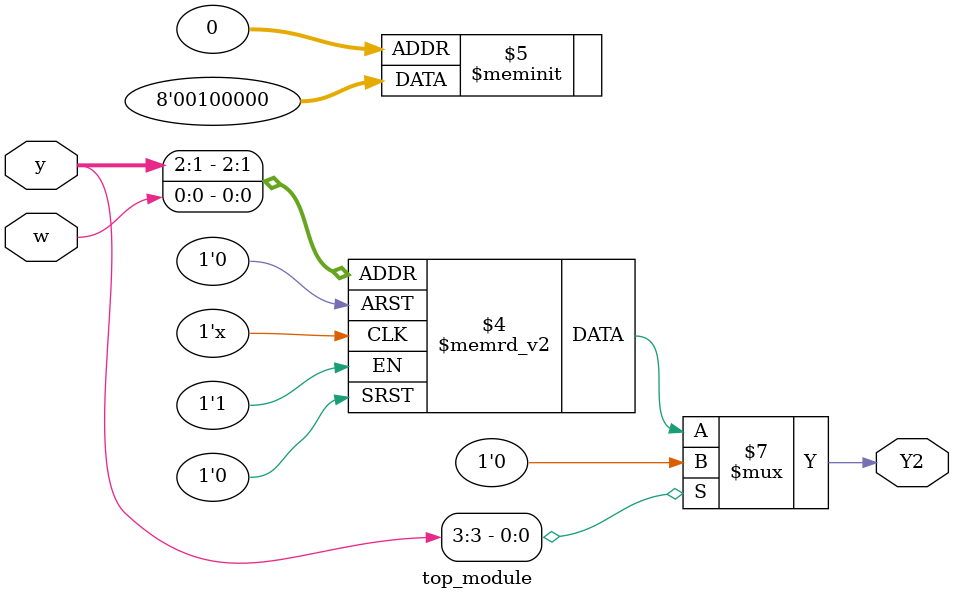
<source format=sv>
module top_module(
    input [3:1] y,
    input w,
    output reg Y2);

    always @(y, w) begin
        case({y, w})
            3'b0000: Y2 = 1'b0;
            3'b0001: Y2 = 1'b0;
            3'b0010: Y2 = 1'b0;
            3'b0011: Y2 = 1'b0;
            3'b0100: Y2 = 1'b0;
            3'b0101: Y2 = 1'b1;
            3'b0110: Y2 = 1'b0;
            3'b0111: Y2 = 1'b0;
            3'b1000: Y2 = 1'b0;
            3'b1001: Y2 = 1'b0;
            3'b1010: Y2 = 1'b0;
            3'b1011: Y2 = 1'b0;
            default: Y2 = 1'b0;
        endcase
    end

endmodule

</source>
